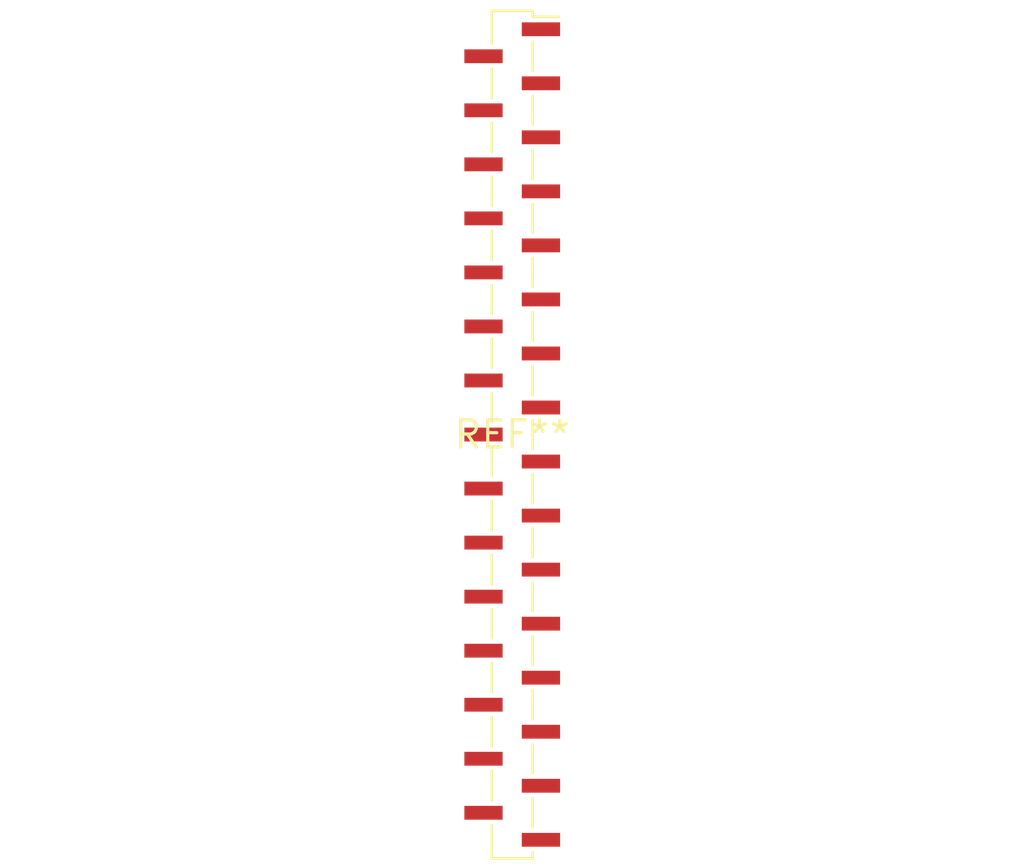
<source format=kicad_pcb>
(kicad_pcb (version 20240108) (generator pcbnew)
  (layers (0 "F.Cu" signal) (31 "B.Cu" signal) (34 "B.Paste" user) (35 "F.Paste" user) (36 "B.SilkS" user "B.Silkscreen") (37 "F.SilkS" user "F.Silkscreen") (38 "B.Mask" user) (39 "F.Mask" user) (44 "Edge.Cuts" user))
  (net 0 "")
  (footprint "PinSocket_1x31_P1.27mm_Vertical_SMD_Pin1Right" (layer "F.Cu") (at 0 0)
    (property "Reference" "REF**")
    (property "Value" "PinSocket_1x31_P1.27mm_Vertical_SMD_Pin1Right")
    (fp_line (start -0.96 -19.92) (end -0.96 -18.365) (layer "F.SilkS") (stroke (width 0.12)))
    (fp_line (start -0.96 -19.92) (end 0.96 -19.92) (layer "F.SilkS") (stroke (width 0.12)))
    (fp_line (start -0.96 -17.195) (end -0.96 -15.825) (layer "F.SilkS") (stroke (width 0.12)))
    (fp_line (start -0.96 -14.655) (end -0.96 -13.285) (layer "F.SilkS") (stroke (width 0.12)))
    (fp_line (start -0.96 -12.115) (end -0.96 -10.745) (layer "F.SilkS") (stroke (width 0.12)))
    (fp_line (start -0.96 -9.575) (end -0.96 -8.205) (layer "F.SilkS") (stroke (width 0.12)))
    (fp_line (start -0.96 -7.035) (end -0.96 -5.665) (layer "F.SilkS") (stroke (width 0.12)))
    (fp_line (start -0.96 -4.495) (end -0.96 -3.125) (layer "F.SilkS") (stroke (width 0.12)))
    (fp_line (start -0.96 -1.955) (end -0.96 -0.585) (layer "F.SilkS") (stroke (width 0.12)))
    (fp_line (start -0.96 0.585) (end -0.96 1.955) (layer "F.SilkS") (stroke (width 0.12)))
    (fp_line (start -0.96 3.125) (end -0.96 4.495) (layer "F.SilkS") (stroke (width 0.12)))
    (fp_line (start -0.96 5.665) (end -0.96 7.035) (layer "F.SilkS") (stroke (width 0.12)))
    (fp_line (start -0.96 8.205) (end -0.96 9.575) (layer "F.SilkS") (stroke (width 0.12)))
    (fp_line (start -0.96 10.745) (end -0.96 12.115) (layer "F.SilkS") (stroke (width 0.12)))
    (fp_line (start -0.96 13.285) (end -0.96 14.655) (layer "F.SilkS") (stroke (width 0.12)))
    (fp_line (start -0.96 15.825) (end -0.96 17.195) (layer "F.SilkS") (stroke (width 0.12)))
    (fp_line (start -0.96 18.365) (end -0.96 19.92) (layer "F.SilkS") (stroke (width 0.12)))
    (fp_line (start -0.96 19.92) (end 0.96 19.92) (layer "F.SilkS") (stroke (width 0.12)))
    (fp_line (start 0.96 -19.92) (end 0.96 -19.635) (layer "F.SilkS") (stroke (width 0.12)))
    (fp_line (start 0.96 -19.635) (end 2.19 -19.635) (layer "F.SilkS") (stroke (width 0.12)))
    (fp_line (start 0.96 -18.465) (end 0.96 -17.095) (layer "F.SilkS") (stroke (width 0.12)))
    (fp_line (start 0.96 -15.925) (end 0.96 -14.555) (layer "F.SilkS") (stroke (width 0.12)))
    (fp_line (start 0.96 -13.385) (end 0.96 -12.015) (layer "F.SilkS") (stroke (width 0.12)))
    (fp_line (start 0.96 -10.845) (end 0.96 -9.475) (layer "F.SilkS") (stroke (width 0.12)))
    (fp_line (start 0.96 -8.305) (end 0.96 -6.935) (layer "F.SilkS") (stroke (width 0.12)))
    (fp_line (start 0.96 -5.765) (end 0.96 -4.395) (layer "F.SilkS") (stroke (width 0.12)))
    (fp_line (start 0.96 -3.225) (end 0.96 -1.855) (layer "F.SilkS") (stroke (width 0.12)))
    (fp_line (start 0.96 -0.685) (end 0.96 0.685) (layer "F.SilkS") (stroke (width 0.12)))
    (fp_line (start 0.96 1.855) (end 0.96 3.225) (layer "F.SilkS") (stroke (width 0.12)))
    (fp_line (start 0.96 4.395) (end 0.96 5.765) (layer "F.SilkS") (stroke (width 0.12)))
    (fp_line (start 0.96 6.935) (end 0.96 8.305) (layer "F.SilkS") (stroke (width 0.12)))
    (fp_line (start 0.96 9.475) (end 0.96 10.845) (layer "F.SilkS") (stroke (width 0.12)))
    (fp_line (start 0.96 12.015) (end 0.96 13.385) (layer "F.SilkS") (stroke (width 0.12)))
    (fp_line (start 0.96 14.555) (end 0.96 15.925) (layer "F.SilkS") (stroke (width 0.12)))
    (fp_line (start 0.96 17.095) (end 0.96 18.465) (layer "F.SilkS") (stroke (width 0.12)))
    (fp_line (start 0.96 19.635) (end 0.96 19.92) (layer "F.SilkS") (stroke (width 0.12)))
    (pad "1" smd rect (at 1.35 -19.05) (size 1.8 0.65) (layers "F.Cu" "F.Paste" "F.Mask"))
    (pad "2" smd rect (at -1.35 -17.78) (size 1.8 0.65) (layers "F.Cu" "F.Paste" "F.Mask"))
    (pad "3" smd rect (at 1.35 -16.51) (size 1.8 0.65) (layers "F.Cu" "F.Paste" "F.Mask"))
    (pad "4" smd rect (at -1.35 -15.24) (size 1.8 0.65) (layers "F.Cu" "F.Paste" "F.Mask"))
    (pad "5" smd rect (at 1.35 -13.97) (size 1.8 0.65) (layers "F.Cu" "F.Paste" "F.Mask"))
    (pad "6" smd rect (at -1.35 -12.7) (size 1.8 0.65) (layers "F.Cu" "F.Paste" "F.Mask"))
    (pad "7" smd rect (at 1.35 -11.43) (size 1.8 0.65) (layers "F.Cu" "F.Paste" "F.Mask"))
    (pad "8" smd rect (at -1.35 -10.16) (size 1.8 0.65) (layers "F.Cu" "F.Paste" "F.Mask"))
    (pad "9" smd rect (at 1.35 -8.89) (size 1.8 0.65) (layers "F.Cu" "F.Paste" "F.Mask"))
    (pad "10" smd rect (at -1.35 -7.62) (size 1.8 0.65) (layers "F.Cu" "F.Paste" "F.Mask"))
    (pad "11" smd rect (at 1.35 -6.35) (size 1.8 0.65) (layers "F.Cu" "F.Paste" "F.Mask"))
    (pad "12" smd rect (at -1.35 -5.08) (size 1.8 0.65) (layers "F.Cu" "F.Paste" "F.Mask"))
    (pad "13" smd rect (at 1.35 -3.81) (size 1.8 0.65) (layers "F.Cu" "F.Paste" "F.Mask"))
    (pad "14" smd rect (at -1.35 -2.54) (size 1.8 0.65) (layers "F.Cu" "F.Paste" "F.Mask"))
    (pad "15" smd rect (at 1.35 -1.27) (size 1.8 0.65) (layers "F.Cu" "F.Paste" "F.Mask"))
    (pad "16" smd rect (at -1.35 0) (size 1.8 0.65) (layers "F.Cu" "F.Paste" "F.Mask"))
    (pad "17" smd rect (at 1.35 1.27) (size 1.8 0.65) (layers "F.Cu" "F.Paste" "F.Mask"))
    (pad "18" smd rect (at -1.35 2.54) (size 1.8 0.65) (layers "F.Cu" "F.Paste" "F.Mask"))
    (pad "19" smd rect (at 1.35 3.81) (size 1.8 0.65) (layers "F.Cu" "F.Paste" "F.Mask"))
    (pad "20" smd rect (at -1.35 5.08) (size 1.8 0.65) (layers "F.Cu" "F.Paste" "F.Mask"))
    (pad "21" smd rect (at 1.35 6.35) (size 1.8 0.65) (layers "F.Cu" "F.Paste" "F.Mask"))
    (pad "22" smd rect (at -1.35 7.62) (size 1.8 0.65) (layers "F.Cu" "F.Paste" "F.Mask"))
    (pad "23" smd rect (at 1.35 8.89) (size 1.8 0.65) (layers "F.Cu" "F.Paste" "F.Mask"))
    (pad "24" smd rect (at -1.35 10.16) (size 1.8 0.65) (layers "F.Cu" "F.Paste" "F.Mask"))
    (pad "25" smd rect (at 1.35 11.43) (size 1.8 0.65) (layers "F.Cu" "F.Paste" "F.Mask"))
    (pad "26" smd rect (at -1.35 12.7) (size 1.8 0.65) (layers "F.Cu" "F.Paste" "F.Mask"))
    (pad "27" smd rect (at 1.35 13.97) (size 1.8 0.65) (layers "F.Cu" "F.Paste" "F.Mask"))
    (pad "28" smd rect (at -1.35 15.24) (size 1.8 0.65) (layers "F.Cu" "F.Paste" "F.Mask"))
    (pad "29" smd rect (at 1.35 16.51) (size 1.8 0.65) (layers "F.Cu" "F.Paste" "F.Mask"))
    (pad "30" smd rect (at -1.35 17.78) (size 1.8 0.65) (layers "F.Cu" "F.Paste" "F.Mask"))
    (pad "31" smd rect (at 1.35 19.05) (size 1.8 0.65) (layers "F.Cu" "F.Paste" "F.Mask"))
  )
)
</source>
